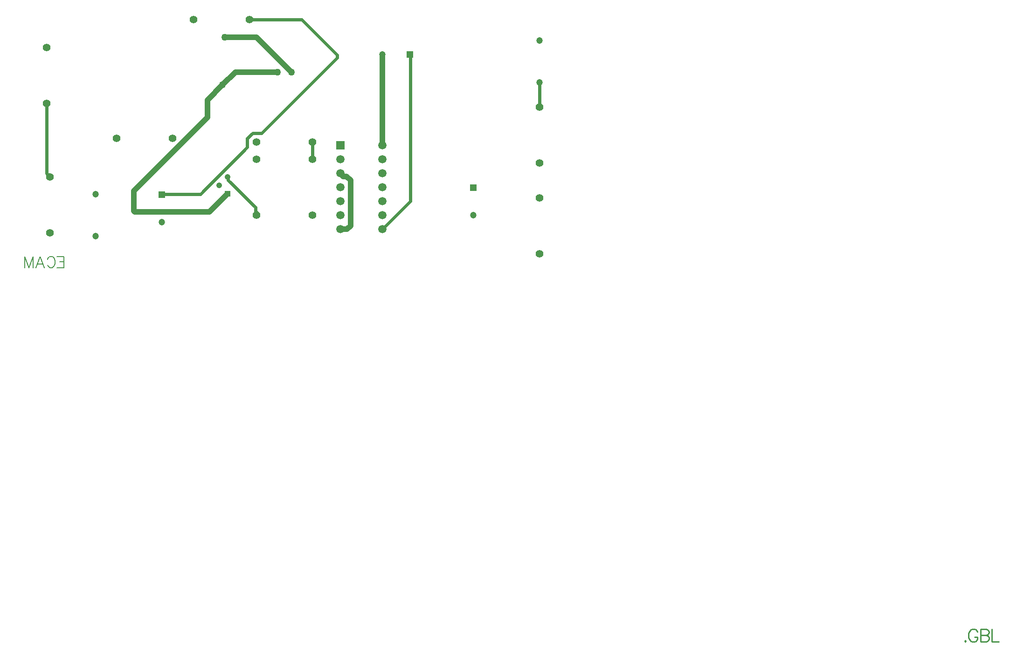
<source format=gbl>
G04*
G04 #@! TF.GenerationSoftware,Altium Limited,Altium Designer,23.11.1 (41)*
G04*
G04 Layer_Physical_Order=2*
G04 Layer_Color=16711680*
%FSLAX25Y25*%
%MOIN*%
G70*
G04*
G04 #@! TF.SameCoordinates,DA4C2B11-B2A6-48E5-B279-5A3AD9B65692*
G04*
G04*
G04 #@! TF.FilePolarity,Positive*
G04*
G01*
G75*
%ADD12C,0.00787*%
%ADD15C,0.00900*%
%ADD27C,0.02400*%
%ADD28C,0.04000*%
%ADD29C,0.05512*%
%ADD30C,0.05906*%
%ADD31R,0.05906X0.05906*%
%ADD32C,0.04724*%
%ADD33R,0.04724X0.04724*%
%ADD34R,0.04724X0.04724*%
%ADD35R,0.04134X0.04134*%
%ADD36C,0.04134*%
%ADD37C,0.05000*%
D12*
X27627Y12872D02*
X32500D01*
Y5000D01*
X27627D01*
X32500Y9124D02*
X29501D01*
X20692Y10998D02*
X21066Y11748D01*
X21816Y12497D01*
X22566Y12872D01*
X24065D01*
X24815Y12497D01*
X25565Y11748D01*
X25940Y10998D01*
X26315Y9873D01*
Y7999D01*
X25940Y6874D01*
X25565Y6125D01*
X24815Y5375D01*
X24065Y5000D01*
X22566D01*
X21816Y5375D01*
X21066Y6125D01*
X20692Y6874D01*
X12482Y5000D02*
X15481Y12872D01*
X18480Y5000D01*
X17355Y7624D02*
X13606D01*
X10645Y12872D02*
Y5000D01*
Y12872D02*
X7646Y5000D01*
X4647Y12872D02*
X7646Y5000D01*
X4647Y12872D02*
Y5000D01*
D15*
X676828Y-261943D02*
X676400Y-262371D01*
X676828Y-262800D01*
X677257Y-262371D01*
X676828Y-261943D01*
X685655Y-255944D02*
X685227Y-255087D01*
X684370Y-254230D01*
X683513Y-253802D01*
X681799D01*
X680942Y-254230D01*
X680085Y-255087D01*
X679657Y-255944D01*
X679228Y-257230D01*
Y-259372D01*
X679657Y-260658D01*
X680085Y-261515D01*
X680942Y-262371D01*
X681799Y-262800D01*
X683513D01*
X684370Y-262371D01*
X685227Y-261515D01*
X685655Y-260658D01*
Y-259372D01*
X683513D02*
X685655D01*
X687712Y-253802D02*
Y-262800D01*
Y-253802D02*
X691568D01*
X692854Y-254230D01*
X693282Y-254659D01*
X693711Y-255516D01*
Y-256373D01*
X693282Y-257230D01*
X692854Y-257658D01*
X691568Y-258087D01*
X687712D02*
X691568D01*
X692854Y-258515D01*
X693282Y-258944D01*
X693711Y-259801D01*
Y-261086D01*
X693282Y-261943D01*
X692854Y-262371D01*
X691568Y-262800D01*
X687712D01*
X695724Y-253802D02*
Y-262800D01*
X700866D01*
D27*
X149500Y70000D02*
X149832Y69668D01*
Y67668D02*
X169405Y48095D01*
Y45595D02*
X170000Y45000D01*
X149832Y67668D02*
Y69668D01*
X169405Y45595D02*
Y48095D01*
X280000Y52500D02*
Y157500D01*
X210000Y82500D02*
Y95000D01*
X260000Y32500D02*
X280000Y52500D01*
X372500Y120000D02*
Y137500D01*
X20000Y72500D02*
X22500Y70000D01*
X20000Y72500D02*
Y122500D01*
X102500Y57500D02*
X130000D01*
X163644Y91144D01*
Y97633D01*
X167367Y101356D01*
X173856D01*
X227756Y155256D02*
Y157244D01*
X202500Y182500D02*
X227756Y157244D01*
X173856Y101356D02*
X227756Y155256D01*
X165000Y182500D02*
X202500D01*
D28*
X145891Y135891D02*
X155000Y145000D01*
X135000Y125000D02*
X145891Y135891D01*
X136500Y45000D02*
X149500Y58000D01*
X147500Y170000D02*
X170000D01*
X260000Y92500D02*
Y157500D01*
X170000Y170000D02*
X195000Y145000D01*
X230000Y32500D02*
X234900D01*
X234600Y70300D02*
X237400Y67500D01*
X234900Y32500D02*
X237400Y35000D01*
Y67500D01*
X232200Y70300D02*
X234600D01*
X230000Y72500D02*
X232200Y70300D01*
X155000Y145000D02*
X185000D01*
X82500Y60000D02*
X135000Y112500D01*
X83086Y45000D02*
X136500D01*
X82500Y45586D02*
X83086Y45000D01*
X82500Y45586D02*
Y60000D01*
X135000Y112500D02*
Y125000D01*
D29*
X170000Y42500D02*
D03*
Y82500D02*
D03*
X210000Y42500D02*
D03*
Y82500D02*
D03*
Y95000D02*
D03*
X170000D02*
D03*
X70000Y97500D02*
D03*
X110000D02*
D03*
X20000Y162500D02*
D03*
X372500Y120000D02*
D03*
Y80000D02*
D03*
X165000Y182500D02*
D03*
X125000D02*
D03*
X22500Y30000D02*
D03*
Y70000D02*
D03*
X20000Y122500D02*
D03*
X372500Y55000D02*
D03*
Y15000D02*
D03*
D30*
X260000Y32500D02*
D03*
Y42500D02*
D03*
Y52500D02*
D03*
Y62500D02*
D03*
Y72500D02*
D03*
Y82500D02*
D03*
Y92500D02*
D03*
X230000Y32500D02*
D03*
Y42500D02*
D03*
Y52500D02*
D03*
Y62500D02*
D03*
Y72500D02*
D03*
Y82500D02*
D03*
D31*
Y92500D02*
D03*
D32*
X102500Y37657D02*
D03*
X325000Y42500D02*
D03*
X260157Y157500D02*
D03*
X372500Y167500D02*
D03*
Y137500D02*
D03*
X55000Y57500D02*
D03*
Y27500D02*
D03*
D33*
X102500Y57342D02*
D03*
X325000Y62185D02*
D03*
D34*
X279842Y157500D02*
D03*
D35*
X149500Y58000D02*
D03*
D36*
Y70000D02*
D03*
X143500Y64000D02*
D03*
D37*
X147500Y170000D02*
D03*
X195000Y145000D02*
D03*
X185000D02*
D03*
X145891Y135891D02*
D03*
M02*

</source>
